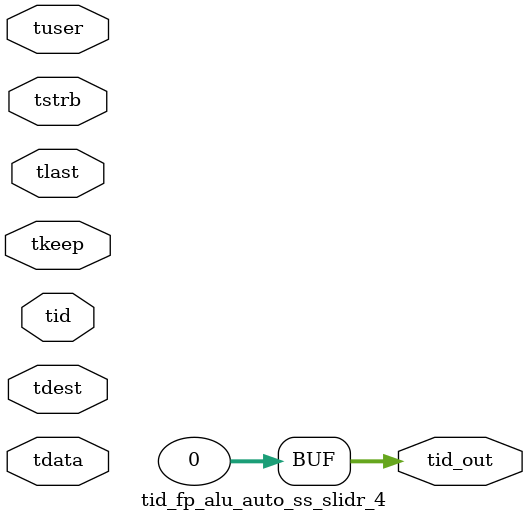
<source format=v>


`timescale 1ps/1ps

module tid_fp_alu_auto_ss_slidr_4 #
(
parameter C_S_AXIS_TID_WIDTH   = 1,
parameter C_S_AXIS_TUSER_WIDTH = 0,
parameter C_S_AXIS_TDATA_WIDTH = 0,
parameter C_S_AXIS_TDEST_WIDTH = 0,
parameter C_M_AXIS_TID_WIDTH   = 32
)
(
input  [(C_S_AXIS_TID_WIDTH   == 0 ? 1 : C_S_AXIS_TID_WIDTH)-1:0       ] tid,
input  [(C_S_AXIS_TDATA_WIDTH == 0 ? 1 : C_S_AXIS_TDATA_WIDTH)-1:0     ] tdata,
input  [(C_S_AXIS_TUSER_WIDTH == 0 ? 1 : C_S_AXIS_TUSER_WIDTH)-1:0     ] tuser,
input  [(C_S_AXIS_TDEST_WIDTH == 0 ? 1 : C_S_AXIS_TDEST_WIDTH)-1:0     ] tdest,
input  [(C_S_AXIS_TDATA_WIDTH/8)-1:0 ] tkeep,
input  [(C_S_AXIS_TDATA_WIDTH/8)-1:0 ] tstrb,
input                                                                    tlast,
output [(C_M_AXIS_TID_WIDTH   == 0 ? 1 : C_M_AXIS_TID_WIDTH)-1:0       ] tid_out
);

assign tid_out = {1'b0};

endmodule


</source>
